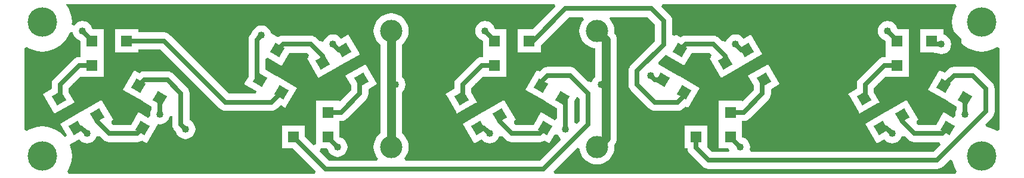
<source format=gtl>
%FSLAX25Y25*%
%MOIN*%
G70*
G01*
G75*
G04 Layer_Physical_Order=1*
G04 Layer_Color=255*
%ADD10P,0.08352X4X285.0*%
%ADD11P,0.08352X4X165.0*%
%ADD12R,0.05906X0.05906*%
%ADD13C,0.02500*%
%ADD14C,0.05000*%
%ADD15C,0.16500*%
%ADD16R,0.12500X0.12500*%
%ADD17C,0.12500*%
%ADD18C,0.04000*%
G36*
X748474Y646191D02*
X747753Y645014D01*
X746759Y642615D01*
X746153Y640089D01*
X745949Y637500D01*
X746153Y634911D01*
X746759Y632385D01*
X747753Y629986D01*
X749110Y627772D01*
X750797Y625797D01*
X752772Y624110D01*
X754986Y622753D01*
X757385Y621759D01*
X759911Y621153D01*
X762500Y620949D01*
X765089Y621153D01*
X767615Y621759D01*
X770014Y622753D01*
X771191Y623474D01*
X772500Y622741D01*
Y577259D01*
X771191Y576526D01*
X770014Y577247D01*
X767615Y578241D01*
X765089Y578847D01*
X765052Y578850D01*
X764533Y580258D01*
X768388Y584112D01*
X769149Y585105D01*
X769628Y586260D01*
X769791Y587500D01*
D01*
D01*
D01*
D01*
D01*
X769791D01*
D01*
D01*
D01*
D01*
Y587500D01*
X769791D01*
D01*
Y587500D01*
D01*
D01*
D01*
D01*
D01*
D01*
D01*
D01*
D01*
D01*
D01*
D01*
Y587500D01*
D01*
X769791D01*
D01*
D01*
D01*
D01*
X769791Y587500D01*
Y600000D01*
X769628Y601240D01*
X769149Y602395D01*
X768388Y603388D01*
X768388Y603388D01*
X768388D01*
X768388Y603388D01*
Y603388D01*
X760888Y610888D01*
X759896Y611649D01*
X759557Y611789D01*
X758740Y612128D01*
X757500Y612291D01*
X747058D01*
X745818Y612128D01*
X744662Y611649D01*
X743670Y610888D01*
X741784Y609002D01*
X738994Y610613D01*
X732542Y599436D01*
X743718Y592984D01*
D01*
X744475Y592547D01*
Y592547D01*
X744475Y592547D01*
X748499Y590224D01*
Y588581D01*
X748485Y588563D01*
X747931Y587225D01*
X747742Y585789D01*
X747877Y584762D01*
X746630Y583929D01*
X741282Y587016D01*
X737110Y579791D01*
X727049D01*
X726060Y580919D01*
X726232Y582226D01*
X727104Y582730D01*
X720651Y593906D01*
X709475Y587453D01*
X709475Y587453D01*
X708718Y587016D01*
D01*
X697542Y580564D01*
X703994Y569387D01*
X708069Y571740D01*
X708577Y571077D01*
X709726Y570196D01*
X711064Y569642D01*
X712500Y569452D01*
X713936Y569642D01*
X715274Y570196D01*
X716423Y571077D01*
X717304Y572226D01*
X717858Y573564D01*
X719934Y573291D01*
X721612Y571612D01*
D01*
X721612Y571612D01*
X721612Y571612D01*
D01*
D01*
D01*
X721612Y571612D01*
Y571612D01*
X722605Y570851D01*
X722943Y570711D01*
X723760Y570372D01*
X725000Y570209D01*
X738974D01*
X739548Y568823D01*
X735515Y564791D01*
X633681D01*
X632848Y566038D01*
X632858Y566064D01*
X633047Y567500D01*
X632858Y568936D01*
X632304Y570274D01*
X631423Y571423D01*
X630274Y572304D01*
X628936Y572858D01*
X628914Y572861D01*
X628598Y573177D01*
Y579376D01*
X628598Y579376D01*
D01*
D01*
D01*
D01*
D01*
D01*
D01*
X628598Y579563D01*
Y579743D01*
Y580000D01*
Y580127D01*
Y580437D01*
X628598Y580572D01*
X628598Y580624D01*
X628598Y580624D01*
D01*
D01*
D01*
D01*
X628598Y582099D01*
X629390D01*
X630630Y582262D01*
X631447Y582600D01*
X631785Y582741D01*
X632778Y583502D01*
Y583502D01*
X632778D01*
D01*
D01*
D01*
D01*
D01*
D01*
X632778D01*
D01*
X632778D01*
Y583502D01*
D01*
D01*
D01*
D01*
Y583502D01*
D01*
D01*
D01*
D01*
D01*
D01*
Y583502D01*
D01*
D01*
X632778D01*
D01*
D01*
D01*
X643388Y594112D01*
Y594112D01*
D01*
D01*
D01*
X643388Y594112D01*
D01*
Y594112D01*
D01*
X643388D01*
Y594112D01*
D01*
Y594112D01*
Y594112D01*
X643388D01*
D01*
D01*
Y594112D01*
D01*
D01*
D01*
D01*
D01*
D01*
Y594112D01*
D01*
D01*
X643388D01*
D01*
X643388Y594112D01*
D01*
D01*
X644149Y595105D01*
X644628Y596260D01*
X644791Y597500D01*
Y599951D01*
X649604Y602730D01*
X643151Y613906D01*
X631975Y607453D01*
X635209Y601852D01*
Y599484D01*
X628930Y593205D01*
X628598Y593342D01*
Y593342D01*
X628598Y593342D01*
X615693D01*
Y580624D01*
X615693Y580624D01*
X615693Y580624D01*
X615693Y580437D01*
Y579563D01*
D01*
D01*
X615693D01*
Y566657D01*
X620897D01*
X621288Y566072D01*
X621682Y565335D01*
X621319Y564791D01*
X611984D01*
X609307Y567468D01*
Y579563D01*
X596402D01*
Y566657D01*
X598128D01*
X598227Y565906D01*
X598705Y564750D01*
X599467Y563758D01*
X606612Y556612D01*
X607605Y555851D01*
X608760Y555372D01*
X610000Y555209D01*
X737500D01*
X738740Y555372D01*
X739557Y555711D01*
X739895Y555851D01*
X740888Y556612D01*
X744742Y560467D01*
X746150Y559948D01*
X746153Y559911D01*
X746759Y557385D01*
X747753Y554986D01*
X748474Y553809D01*
X747741Y552500D01*
X523735D01*
X523161Y553886D01*
X536379Y567104D01*
X537792Y566599D01*
X537891Y565589D01*
X538449Y563751D01*
X539354Y562057D01*
X540572Y560572D01*
X542057Y559354D01*
X543751Y558449D01*
X545589Y557891D01*
X547500Y557703D01*
X549411Y557891D01*
X551249Y558449D01*
X552943Y559354D01*
X554428Y560572D01*
X555646Y562057D01*
X556551Y563751D01*
X557109Y565589D01*
X557297Y567500D01*
X557175Y568739D01*
X557513Y569150D01*
X558070Y570193D01*
Y570193D01*
X558070D01*
D01*
D01*
D01*
D01*
X558070D01*
D01*
D01*
D01*
D01*
Y570193D01*
X558070D01*
D01*
Y570193D01*
D01*
D01*
D01*
D01*
D01*
D01*
D01*
D01*
D01*
D01*
D01*
D01*
Y570193D01*
D01*
X558070D01*
D01*
D01*
D01*
D01*
X558070Y570193D01*
X558413Y571324D01*
X558529Y572500D01*
D01*
D01*
D01*
D01*
D01*
X558529D01*
D01*
D01*
D01*
D01*
Y572500D01*
X558529D01*
D01*
Y572500D01*
D01*
D01*
D01*
D01*
D01*
D01*
D01*
D01*
D01*
D01*
D01*
D01*
Y572500D01*
D01*
X558529D01*
D01*
D01*
D01*
D01*
X558529Y572500D01*
Y627500D01*
D01*
D01*
D01*
D01*
X558529D01*
D01*
D01*
D01*
D01*
D01*
X558529D01*
Y627500D01*
D01*
D01*
Y627500D01*
D01*
D01*
D01*
D01*
D01*
D01*
D01*
D01*
D01*
D01*
D01*
D01*
Y627500D01*
D01*
X558529D01*
D01*
D01*
D01*
D01*
D01*
D01*
D01*
X558529Y627500D01*
D01*
D01*
D01*
X558413Y628676D01*
X558070Y629807D01*
X558070Y629807D01*
D01*
D01*
D01*
D01*
X558070Y629807D01*
D01*
D01*
Y629807D01*
D01*
X558070D01*
D01*
D01*
X558070D01*
D01*
D01*
X557513Y630850D01*
X557175Y631261D01*
X557297Y632500D01*
X557109Y634411D01*
X556551Y636249D01*
X555646Y637943D01*
X554428Y639428D01*
X554707Y640209D01*
X575897D01*
X580000Y636106D01*
Y626776D01*
X566612Y613388D01*
X565851Y612395D01*
X565711Y612057D01*
X565372Y611240D01*
X565209Y610000D01*
X565209Y610000D01*
X565209D01*
X565209Y610000D01*
X565209D01*
Y602500D01*
X565372Y601260D01*
X565711Y600443D01*
X565851Y600105D01*
X566612Y599112D01*
X576612Y589112D01*
X577604Y588351D01*
X578083Y588153D01*
X578760Y587872D01*
X580000Y587709D01*
X592500D01*
X593740Y587872D01*
X594557Y588211D01*
X594896Y588351D01*
X595888Y589112D01*
X597020Y590245D01*
X598506Y589387D01*
X604958Y600564D01*
X593782Y607016D01*
X593782Y607016D01*
X593782Y607016D01*
D01*
X593025Y607453D01*
Y607453D01*
X593025Y607453D01*
X581927Y613861D01*
D01*
D01*
Y613861D01*
X581927D01*
D01*
D01*
D01*
X581849Y613906D01*
Y615073D01*
X585783Y619008D01*
X596218Y612984D01*
X600390Y620209D01*
X610451D01*
X611440Y619081D01*
X611268Y617774D01*
X610396Y617270D01*
X616849Y606094D01*
X628025Y612547D01*
X628025D01*
D01*
D01*
Y612547D01*
X628025D01*
D01*
D01*
D01*
D01*
X628025D01*
Y612547D01*
X628025Y612547D01*
D01*
D01*
X628782Y612984D01*
X628944Y613077D01*
X628944Y613077D01*
X628944Y613077D01*
X639958Y619436D01*
X633506Y630613D01*
X629431Y628260D01*
X628923Y628923D01*
X627774Y629804D01*
X626436Y630358D01*
X625000Y630548D01*
X623564Y630358D01*
X622226Y629804D01*
X621077Y628923D01*
X620196Y627774D01*
X619642Y626436D01*
X617566Y626709D01*
X615888Y628388D01*
D01*
X615888Y628388D01*
D01*
D01*
D01*
X615888Y628388D01*
X615888Y628388D01*
X614895Y629149D01*
X614557Y629289D01*
X613740Y629628D01*
X612500Y629791D01*
X597058D01*
X595818Y629628D01*
X594662Y629149D01*
X594391Y628941D01*
X591494Y630613D01*
X591031Y629810D01*
X589582Y630198D01*
Y638091D01*
X589419Y639330D01*
X589138Y640007D01*
X588940Y640486D01*
X588179Y641478D01*
X583543Y646114D01*
X584117Y647500D01*
X747741D01*
X748474Y646191D01*
D02*
G37*
G36*
X524339Y646114D02*
X511567Y633343D01*
X503193D01*
Y620437D01*
X516098D01*
Y624323D01*
X531985Y640209D01*
X539459D01*
X540101Y638853D01*
X539354Y637943D01*
X538449Y636249D01*
X537891Y634411D01*
X537703Y632500D01*
X537891Y630589D01*
X538449Y628751D01*
X539354Y627057D01*
X540572Y625572D01*
X542057Y624354D01*
X543751Y623449D01*
X545589Y622891D01*
X546471Y622804D01*
Y606725D01*
X546077Y606423D01*
X545196Y605274D01*
X544642Y603936D01*
X542566Y604209D01*
X535888Y610888D01*
D01*
X535888Y610888D01*
D01*
D01*
D01*
X535888Y610888D01*
X535888Y610888D01*
X534896Y611649D01*
X534557Y611789D01*
X533740Y612128D01*
X532500Y612291D01*
X520000D01*
X518760Y612128D01*
X517604Y611649D01*
X516612Y610888D01*
X515480Y609755D01*
X513994Y610613D01*
X507542Y599436D01*
X518718Y592984D01*
D01*
X519475Y592547D01*
Y592547D01*
X519475Y592547D01*
X525209Y589236D01*
Y583362D01*
X523910Y582612D01*
X516282Y587016D01*
X512110Y579791D01*
X502049D01*
X501060Y580919D01*
X501232Y582226D01*
X502104Y582730D01*
X495651Y593906D01*
X484475Y587453D01*
X484475Y587453D01*
X483718Y587016D01*
D01*
X472542Y580564D01*
X478994Y569387D01*
X483069Y571740D01*
X483577Y571077D01*
X484726Y570196D01*
X486064Y569642D01*
X487500Y569452D01*
X488936Y569642D01*
X490274Y570196D01*
X491423Y571077D01*
X492304Y572226D01*
X492858Y573564D01*
X494934Y573291D01*
X496612Y571612D01*
D01*
X496612Y571612D01*
X496612Y571612D01*
D01*
D01*
D01*
X496612Y571612D01*
Y571612D01*
X497605Y570851D01*
X497943Y570711D01*
X498760Y570372D01*
X500000Y570209D01*
X515442D01*
X516682Y570372D01*
X517838Y570851D01*
X518109Y571059D01*
X521006Y569387D01*
X523889Y574381D01*
X525386Y574479D01*
X526077Y573577D01*
X526999Y572870D01*
X527098Y571373D01*
X515516Y559791D01*
X440541D01*
X439899Y561147D01*
X440646Y562057D01*
X441551Y563751D01*
X442109Y565589D01*
X442297Y567500D01*
X442109Y569411D01*
X441551Y571249D01*
X440646Y572943D01*
X439428Y574428D01*
X438529Y575165D01*
Y598275D01*
X438923Y598577D01*
X439804Y599726D01*
X440358Y601064D01*
X440548Y602500D01*
X440358Y603936D01*
X439804Y605274D01*
X438923Y606423D01*
X438529Y606725D01*
Y624835D01*
X439428Y625572D01*
X440646Y627057D01*
X441551Y628751D01*
X442109Y630589D01*
X442297Y632500D01*
X442109Y634411D01*
X441551Y636249D01*
X440646Y637943D01*
X439428Y639428D01*
X437943Y640646D01*
X436249Y641551D01*
X434411Y642109D01*
X432500Y642297D01*
X430589Y642109D01*
X428751Y641551D01*
X427057Y640646D01*
X425572Y639428D01*
X424354Y637943D01*
X423449Y636249D01*
X422891Y634411D01*
X422703Y632500D01*
X422891Y630589D01*
X423449Y628751D01*
X424354Y627057D01*
X425572Y625572D01*
X426471Y624835D01*
Y575165D01*
X425572Y574428D01*
X424354Y572943D01*
X423449Y571249D01*
X422891Y569411D01*
X422703Y567500D01*
X422891Y565589D01*
X423449Y563751D01*
X424354Y562057D01*
X425101Y561147D01*
X424459Y559791D01*
X397949D01*
X392468Y565272D01*
X393042Y566657D01*
X396567D01*
X397139Y566086D01*
X397142Y566064D01*
X397696Y564726D01*
X398577Y563577D01*
X399726Y562696D01*
X401064Y562142D01*
X402500Y561952D01*
X403936Y562142D01*
X405274Y562696D01*
X406423Y563577D01*
X407304Y564726D01*
X407858Y566064D01*
X408047Y567500D01*
X407858Y568936D01*
X407304Y570274D01*
X406423Y571423D01*
X405274Y572304D01*
X403936Y572858D01*
X403914Y572861D01*
X403598Y573177D01*
Y579376D01*
X403598Y579376D01*
D01*
D01*
D01*
D01*
D01*
D01*
D01*
X403598Y579563D01*
Y579743D01*
Y580000D01*
Y580127D01*
Y580437D01*
X403598Y580572D01*
X403598Y580624D01*
X403598Y580624D01*
D01*
D01*
D01*
D01*
X403598Y582099D01*
X404390D01*
X405630Y582262D01*
X406447Y582600D01*
X406785Y582741D01*
X407778Y583502D01*
Y583502D01*
X407778D01*
D01*
D01*
D01*
D01*
D01*
D01*
X407778D01*
D01*
X407778D01*
Y583502D01*
D01*
D01*
D01*
D01*
Y583502D01*
D01*
D01*
D01*
D01*
D01*
D01*
Y583502D01*
D01*
D01*
X407778D01*
D01*
D01*
D01*
X418388Y594112D01*
Y594112D01*
D01*
D01*
D01*
X418388Y594112D01*
D01*
Y594112D01*
D01*
X418388D01*
Y594112D01*
D01*
Y594112D01*
Y594112D01*
X418388D01*
D01*
D01*
Y594112D01*
D01*
D01*
D01*
D01*
D01*
D01*
Y594112D01*
D01*
D01*
X418388D01*
D01*
X418388Y594112D01*
D01*
D01*
X419149Y595105D01*
X419628Y596260D01*
X419791Y597500D01*
Y599951D01*
X424604Y602730D01*
X418151Y613906D01*
X406975Y607453D01*
X410209Y601852D01*
Y599484D01*
X403930Y593205D01*
X403598Y593342D01*
Y593342D01*
X403598Y593342D01*
X390693D01*
Y580624D01*
X390693Y580624D01*
X390693Y580624D01*
X390693Y580437D01*
Y579563D01*
D01*
D01*
X390693D01*
Y569007D01*
X389307Y568433D01*
X384307Y573433D01*
Y579563D01*
X371402D01*
Y566657D01*
X377532D01*
X390303Y553886D01*
X389729Y552500D01*
X252259D01*
X251526Y553809D01*
X252247Y554986D01*
X253241Y557385D01*
X253847Y559911D01*
X254051Y562500D01*
X253847Y565089D01*
X253241Y567615D01*
X252794Y568694D01*
X253994Y569387D01*
D01*
X253994Y569387D01*
X253994Y569387D01*
X258069Y571740D01*
X258577Y571077D01*
X259726Y570196D01*
X261064Y569642D01*
X262500Y569452D01*
X263936Y569642D01*
X265274Y570196D01*
X266423Y571077D01*
X267304Y572226D01*
X267858Y573564D01*
X269934Y573291D01*
X271612Y571612D01*
D01*
X271612Y571612D01*
X271612Y571612D01*
D01*
D01*
D01*
X271612Y571612D01*
Y571612D01*
X272604Y570851D01*
X272943Y570711D01*
X273760Y570372D01*
X275000Y570209D01*
X290442D01*
X291682Y570372D01*
X292838Y570851D01*
X293109Y571059D01*
X296006Y569387D01*
X302345Y580367D01*
X303290Y580242D01*
X304725Y580431D01*
X306063Y580985D01*
X307212Y581867D01*
X308094Y583016D01*
X308648Y584354D01*
X308712Y584842D01*
X310209Y584744D01*
Y580000D01*
X310372Y578760D01*
X310711Y577943D01*
X310851Y577604D01*
X311612Y576612D01*
X312139Y576086D01*
X312142Y576064D01*
X312696Y574726D01*
X313577Y573577D01*
X314726Y572696D01*
X316064Y572142D01*
X317500Y571952D01*
X318936Y572142D01*
X320274Y572696D01*
X321423Y573577D01*
X322304Y574726D01*
X322858Y576064D01*
X323047Y577500D01*
X322858Y578936D01*
X322304Y580274D01*
X321423Y581423D01*
X320274Y582304D01*
X319791Y582504D01*
Y597500D01*
X319628Y598740D01*
X319149Y599895D01*
X318388Y600888D01*
X318388Y600888D01*
X318388D01*
X318388Y600888D01*
Y600888D01*
X310888Y608388D01*
X309895Y609149D01*
X309557Y609289D01*
X308740Y609628D01*
X307500Y609791D01*
X294558D01*
X293318Y609628D01*
X292162Y609149D01*
X291891Y608941D01*
X291891D01*
Y608941D01*
D01*
X291891D01*
Y608941D01*
D01*
X288994Y610613D01*
X282541Y599436D01*
X293718Y592984D01*
X293718Y592984D01*
Y592984D01*
X294475Y592547D01*
X294475Y592547D01*
X298499Y590224D01*
Y588581D01*
X298485Y588563D01*
X297931Y587225D01*
X297742Y585789D01*
X297877Y584762D01*
X296630Y583929D01*
X291282Y587016D01*
X287110Y579791D01*
X277049D01*
X276060Y580919D01*
X276232Y582226D01*
X277104Y582730D01*
X270651Y593906D01*
X259475Y587453D01*
X259475Y587453D01*
Y587453D01*
X258718Y587016D01*
D01*
X247541Y580564D01*
X251309Y574038D01*
X250084Y573172D01*
X249203Y574203D01*
X247229Y575890D01*
X245014Y577247D01*
X242615Y578241D01*
X240089Y578847D01*
X237500Y579051D01*
X234911Y578847D01*
X232385Y578241D01*
X229986Y577247D01*
X228809Y576526D01*
X227500Y577259D01*
Y622741D01*
X228809Y623474D01*
X229986Y622753D01*
X232385Y621759D01*
X234911Y621153D01*
X237500Y620949D01*
X240089Y621153D01*
X242615Y621759D01*
X245014Y622753D01*
X247229Y624110D01*
X249203Y625797D01*
X250890Y627772D01*
X252247Y629986D01*
X253063Y631955D01*
X254550Y631760D01*
X254642Y631064D01*
X255196Y629726D01*
X256077Y628577D01*
X257226Y627696D01*
X258564Y627142D01*
X258586Y627139D01*
X258902Y626823D01*
Y620624D01*
X258902Y620624D01*
X258902Y620624D01*
X258902Y620437D01*
Y619563D01*
D01*
D01*
D01*
D01*
X258902D01*
Y617901D01*
X258110D01*
X256870Y617738D01*
X255715Y617259D01*
X254722Y616498D01*
X244112Y605888D01*
X243351Y604895D01*
X242872Y603740D01*
X242709Y602500D01*
Y600049D01*
X237896Y597270D01*
X244349Y586094D01*
X255525Y592547D01*
X252291Y598148D01*
Y600516D01*
X258570Y606795D01*
X258902Y606658D01*
Y606658D01*
X258902Y606658D01*
X271807D01*
Y619376D01*
X271807Y619376D01*
D01*
D01*
D01*
D01*
D01*
D01*
D01*
X271807Y619563D01*
Y619743D01*
Y620000D01*
Y620127D01*
Y620437D01*
X271807Y620572D01*
X271807Y620624D01*
X271807Y620624D01*
D01*
D01*
D01*
X271807Y620624D01*
D01*
Y633343D01*
X265933D01*
X265361Y633914D01*
X265358Y633936D01*
X264804Y635274D01*
X263923Y636423D01*
X262774Y637304D01*
X261436Y637858D01*
X260000Y638048D01*
X258564Y637858D01*
X257226Y637304D01*
X256077Y636423D01*
X255332Y635452D01*
X253932Y635990D01*
X254051Y637500D01*
X253847Y640089D01*
X253241Y642615D01*
X252247Y645014D01*
X250890Y647228D01*
X251015Y647500D01*
X523765D01*
X524339Y646114D01*
D02*
G37*
G36*
X537709Y594553D02*
Y581985D01*
X536177Y580452D01*
X534791Y581026D01*
Y593198D01*
D01*
D01*
D01*
D01*
D01*
X534791D01*
D01*
D01*
Y593198D01*
D01*
D01*
D01*
Y593198D01*
D01*
D01*
D01*
D01*
D01*
D01*
Y593198D01*
D01*
D01*
X534791D01*
X536080Y595476D01*
X536581Y595542D01*
X537709Y594553D01*
D02*
G37*
%LPC*%
G36*
X360000Y635547D02*
X358564Y635358D01*
X357226Y634804D01*
X356077Y633923D01*
X355196Y632774D01*
X354642Y631436D01*
X354639Y631414D01*
X354112Y630888D01*
X353351Y629895D01*
X353211Y629557D01*
X352872Y628740D01*
X352709Y627500D01*
Y606802D01*
X352716Y606748D01*
X350926Y603648D01*
Y603648D01*
X350396Y602730D01*
X351314Y602199D01*
Y602199D01*
X357306Y598740D01*
X356918Y597291D01*
X341985D01*
X308998Y630277D01*
X308006Y631039D01*
X307667Y631179D01*
X306850Y631518D01*
X305610Y631681D01*
X291098D01*
Y633343D01*
X278193D01*
Y620437D01*
X291098D01*
Y622099D01*
X303626D01*
X336612Y589112D01*
X337604Y588351D01*
X338760Y587872D01*
X340000Y587709D01*
X365442D01*
X366682Y587872D01*
X367838Y588351D01*
X368830Y589112D01*
X370716Y590998D01*
X372587Y589917D01*
X372587D01*
X373506Y589387D01*
X374036Y590306D01*
X374036D01*
X379959Y600564D01*
X368782Y607016D01*
X368782Y607016D01*
X368782Y607016D01*
D01*
X368025Y607453D01*
X368025D01*
X368025D01*
D01*
D01*
X368025D01*
X362291Y610764D01*
Y616638D01*
X363590Y617388D01*
X370299Y613514D01*
X370299D01*
X371218Y612984D01*
X371748Y613902D01*
X371748D01*
X375390Y620209D01*
X385451D01*
X386440Y619081D01*
X386268Y617774D01*
X385396Y617270D01*
X391318Y607013D01*
X391318D01*
X391849Y606094D01*
X392767Y606624D01*
X392767D01*
X403025Y612547D01*
D01*
Y612547D01*
X403025D01*
D01*
D01*
D01*
D01*
X403025D01*
Y612547D01*
X403025Y612547D01*
D01*
X403782Y612984D01*
X403944Y613077D01*
X403944Y613077D01*
Y613077D01*
D01*
D01*
Y613077D01*
X414040Y618906D01*
Y618906D01*
X414958Y619436D01*
X414428Y620355D01*
Y620355D01*
X408506Y630613D01*
X404431Y628260D01*
X403923Y628923D01*
X402774Y629804D01*
X401436Y630358D01*
X400000Y630548D01*
X398564Y630358D01*
X397226Y629804D01*
X396077Y628923D01*
X395196Y627774D01*
X394642Y626436D01*
X392566Y626709D01*
X390888Y628388D01*
D01*
X390888Y628388D01*
D01*
D01*
D01*
X390888Y628388D01*
X390888Y628388D01*
X389896Y629149D01*
X389557Y629289D01*
X388740Y629628D01*
X387500Y629791D01*
X372058D01*
X370818Y629628D01*
X369662Y629149D01*
X369391Y628941D01*
X366494Y630613D01*
D01*
X366494Y630613D01*
X366494Y630613D01*
D01*
X366494Y630613D01*
Y630613D01*
X365382Y631255D01*
X365358Y631436D01*
X364804Y632774D01*
X363923Y633923D01*
X362774Y634804D01*
X361436Y635358D01*
X360000Y635547D01*
D02*
G37*
G36*
X485000Y638048D02*
X483564Y637858D01*
X482226Y637304D01*
X481077Y636423D01*
X480196Y635274D01*
X479642Y633936D01*
X479453Y632500D01*
X479642Y631064D01*
X480196Y629726D01*
X481077Y628577D01*
X482226Y627696D01*
X483564Y627142D01*
X483586Y627139D01*
X483902Y626823D01*
Y620624D01*
D01*
D01*
D01*
X483902Y620624D01*
X483902D01*
X483902Y620437D01*
Y619563D01*
X483902Y619563D01*
X483902Y619563D01*
Y619563D01*
D01*
Y617901D01*
X483110D01*
X481870Y617738D01*
X480715Y617259D01*
X479722Y616498D01*
X469112Y605888D01*
X468351Y604895D01*
X467872Y603740D01*
X467709Y602500D01*
Y600049D01*
X463814Y597801D01*
Y597801D01*
X462896Y597270D01*
X463426Y596352D01*
Y596352D01*
X468818Y587012D01*
X468818D01*
X469349Y586094D01*
X470267Y586624D01*
X470267D01*
X479606Y592016D01*
Y592016D01*
X480525Y592547D01*
X479995Y593465D01*
Y593465D01*
X477291Y598148D01*
Y600516D01*
X483570Y606795D01*
X483902Y606658D01*
X483902Y606658D01*
X483902D01*
X483902D01*
Y606658D01*
D01*
X496807D01*
Y619376D01*
X496807Y619376D01*
D01*
D01*
D01*
D01*
D01*
D01*
Y619376D01*
D01*
X496807Y619563D01*
Y619743D01*
Y620000D01*
Y620127D01*
Y620437D01*
X496807Y620572D01*
X496807Y620624D01*
X496807Y620624D01*
D01*
X496807Y620624D01*
Y633343D01*
X490933D01*
X490361Y633914D01*
X490358Y633936D01*
X489804Y635274D01*
X488923Y636423D01*
X487774Y637304D01*
X486436Y637858D01*
X485000Y638048D01*
D02*
G37*
G36*
X741098Y633343D02*
X728193D01*
Y620437D01*
X735139D01*
X735295Y620372D01*
X735440Y620353D01*
X736535Y620209D01*
X737209D01*
X737226Y620196D01*
X738564Y619642D01*
X740000Y619452D01*
X741436Y619642D01*
X742774Y620196D01*
X743923Y621077D01*
X744804Y622226D01*
X745358Y623564D01*
X745547Y625000D01*
X745358Y626436D01*
X744804Y627774D01*
X743923Y628923D01*
X742774Y629804D01*
X741436Y630358D01*
X741098Y630403D01*
Y633343D01*
D02*
G37*
G36*
X710000Y638048D02*
X708564Y637858D01*
X707226Y637304D01*
X706077Y636423D01*
X705196Y635274D01*
X704642Y633936D01*
X704453Y632500D01*
X704642Y631064D01*
X705196Y629726D01*
X706077Y628577D01*
X707226Y627696D01*
X708564Y627142D01*
X708586Y627139D01*
X708902Y626823D01*
Y620624D01*
D01*
D01*
D01*
X708902Y620624D01*
X708902D01*
X708902Y620437D01*
Y619563D01*
X708902Y619563D01*
X708902Y619563D01*
Y619563D01*
D01*
Y617901D01*
X708110D01*
X706870Y617738D01*
X705715Y617259D01*
X704722Y616498D01*
X694112Y605888D01*
X693351Y604895D01*
X692872Y603740D01*
X692709Y602500D01*
Y600049D01*
X688814Y597801D01*
Y597801D01*
X687896Y597270D01*
X688426Y596352D01*
Y596352D01*
X693818Y587012D01*
X693818D01*
X694349Y586094D01*
X695267Y586624D01*
X695267D01*
X704606Y592016D01*
Y592016D01*
X705525Y592547D01*
X704995Y593465D01*
Y593465D01*
X702291Y598148D01*
Y600516D01*
X708570Y606795D01*
X708902Y606658D01*
X708902Y606658D01*
X708902D01*
X708902D01*
Y606658D01*
D01*
X721807D01*
Y619376D01*
X721807Y619376D01*
D01*
D01*
D01*
D01*
D01*
D01*
Y619376D01*
D01*
X721807Y619563D01*
Y619743D01*
Y620000D01*
Y620127D01*
Y620437D01*
X721807Y620572D01*
X721807Y620624D01*
X721807Y620624D01*
D01*
X721807Y620624D01*
Y633343D01*
X715933D01*
X715361Y633914D01*
X715358Y633936D01*
X714804Y635274D01*
X713923Y636423D01*
X712774Y637304D01*
X711436Y637858D01*
X710000Y638048D01*
D02*
G37*
%LPD*%
D10*
X293644Y578202D02*
D03*
X281711Y585091D02*
D03*
X303290Y594909D02*
D03*
X291356Y601798D02*
D03*
X368856Y621798D02*
D03*
X380789Y614909D02*
D03*
X359210Y605091D02*
D03*
X371144Y598202D02*
D03*
X518644Y578202D02*
D03*
X506710Y585091D02*
D03*
X528290Y594909D02*
D03*
X516356Y601798D02*
D03*
X593856Y621798D02*
D03*
X605790Y614909D02*
D03*
X584210Y605091D02*
D03*
X596144Y598202D02*
D03*
X743644Y578202D02*
D03*
X731710Y585091D02*
D03*
X753290Y594909D02*
D03*
X741356Y601798D02*
D03*
D11*
X246710Y594909D02*
D03*
X258644Y601798D02*
D03*
X256356Y578202D02*
D03*
X268290Y585091D02*
D03*
X415790Y605091D02*
D03*
X403856Y598202D02*
D03*
X406144Y621798D02*
D03*
X394211Y614909D02*
D03*
X471710Y594909D02*
D03*
X483644Y601798D02*
D03*
X481356Y578202D02*
D03*
X493290Y585091D02*
D03*
X640790Y605091D02*
D03*
X628856Y598202D02*
D03*
X631144Y621798D02*
D03*
X619210Y614909D02*
D03*
X696710Y594909D02*
D03*
X708644Y601798D02*
D03*
X706356Y578202D02*
D03*
X718290Y585091D02*
D03*
D12*
X284646Y626890D02*
D03*
Y613110D02*
D03*
X265354Y626890D02*
D03*
Y613110D02*
D03*
X377854Y573110D02*
D03*
Y586890D02*
D03*
X397146Y573110D02*
D03*
Y586890D02*
D03*
X509646Y626890D02*
D03*
Y613110D02*
D03*
X490354Y626890D02*
D03*
Y613110D02*
D03*
X602854Y573110D02*
D03*
Y586890D02*
D03*
X622146Y573110D02*
D03*
Y586890D02*
D03*
X734646Y626890D02*
D03*
Y613110D02*
D03*
X715354Y626890D02*
D03*
Y613110D02*
D03*
D13*
X570000Y610000D02*
X584791Y624791D01*
X530000Y645000D02*
X577881D01*
X570000Y602500D02*
X580000Y592500D01*
X570000Y602500D02*
Y610000D01*
X580000Y592500D02*
X592500D01*
X596144Y596144D02*
Y598202D01*
X592500Y592500D02*
X596144Y596144D01*
X584791Y624791D02*
Y638091D01*
X577881Y645000D02*
X584791Y638091D01*
X577500Y607500D02*
X579909Y605091D01*
X584210D01*
X357500Y606802D02*
Y627500D01*
X360000Y630000D01*
X357500Y606802D02*
X359210Y605091D01*
X397146Y572854D02*
X402500Y567500D01*
X403202Y621798D02*
X406144D01*
X400000Y625000D02*
X403202Y621798D01*
X622146Y572854D02*
X627500Y567500D01*
X628202Y621798D02*
X631144D01*
X625000Y625000D02*
X628202Y621798D01*
X710000Y632500D02*
X715354Y627146D01*
X706356Y578202D02*
X709298D01*
X712500Y575000D01*
X753290Y585789D02*
Y594909D01*
X485000Y632500D02*
X490354Y627146D01*
X481356Y578202D02*
X484298D01*
X487500Y575000D01*
X291356Y601798D02*
X291798D01*
X303290Y585789D02*
Y594909D01*
X259298Y578202D02*
X262500Y575000D01*
X256356Y578202D02*
X259298D01*
X260000Y632500D02*
X265354Y627146D01*
Y626890D02*
Y627146D01*
X284646Y612146D02*
Y613110D01*
X258644Y601798D02*
X274298D01*
X284646Y612146D01*
X274298Y592504D02*
X281710Y585091D01*
X274298Y592504D02*
Y601798D01*
X377854Y586890D02*
Y587854D01*
X388202Y598202D02*
X403856D01*
X380790Y614909D02*
X388202Y607496D01*
Y598202D02*
Y607496D01*
X509646Y612146D02*
Y613110D01*
X483644Y601798D02*
X499298D01*
X509646Y612146D01*
X499298Y592504D02*
X506710Y585091D01*
X499298Y592504D02*
Y601798D01*
X602854Y586890D02*
Y587854D01*
X613202Y598202D01*
X605790Y614909D02*
X613202Y607496D01*
Y598202D02*
Y607496D01*
X724298Y592504D02*
Y601798D01*
Y592504D02*
X731710Y585091D01*
X724298Y601798D02*
X734646Y612146D01*
X708644Y601798D02*
X724298D01*
X734646Y612146D02*
Y613110D01*
X736535Y625000D02*
X740000D01*
X734646Y626890D02*
X736535Y625000D01*
X258110Y613110D02*
X265354D01*
X247500Y602500D02*
X258110Y613110D01*
X247500Y595698D02*
Y602500D01*
X246710Y594909D02*
X247500Y595698D01*
X268290Y581710D02*
Y585091D01*
Y581710D02*
X275000Y575000D01*
X290442D02*
X293644Y578202D01*
X275000Y575000D02*
X290442D01*
X622146Y586890D02*
X629390D01*
X640000Y597500D01*
Y604302D01*
X640790Y605091D01*
X619210Y614909D02*
Y618290D01*
X612500Y625000D02*
X619210Y618290D01*
X593856Y621798D02*
X597058Y625000D01*
X612500D01*
X397146Y586890D02*
X404390D01*
X415000Y597500D01*
Y604302D01*
X415790Y605091D01*
X394210Y614909D02*
Y618290D01*
X387500Y625000D02*
X394210Y618290D01*
X368856Y621798D02*
X372058Y625000D01*
X387500D01*
X483110Y613110D02*
X490354D01*
X472500Y602500D02*
X483110Y613110D01*
X472500Y595698D02*
Y602500D01*
X471710Y594909D02*
X472500Y595698D01*
X493290Y581710D02*
Y585091D01*
Y581710D02*
X500000Y575000D01*
X515442D02*
X518644Y578202D01*
X500000Y575000D02*
X515442D01*
X725000D02*
X740442D01*
X743644Y578202D01*
X718290Y581710D02*
X725000Y575000D01*
X718290Y581710D02*
Y585091D01*
X696710Y594909D02*
X697500Y595698D01*
Y602500D01*
X708110Y613110D01*
X715354D01*
X284646Y626890D02*
X305610D01*
X365442Y592500D02*
X371144Y598202D01*
X305610Y626890D02*
X340000Y592500D01*
X365442D01*
X377854Y573110D02*
X395965Y555000D01*
X528290Y594909D02*
X530000Y593198D01*
Y577500D02*
Y593198D01*
X516356Y601798D02*
Y603856D01*
X520000Y607500D01*
X532500D02*
X542500Y597500D01*
Y580000D02*
Y597500D01*
X395965Y555000D02*
X517500D01*
X542500Y580000D01*
X520000Y607500D02*
X532500D01*
X509646Y626890D02*
X511890D01*
X530000Y645000D01*
X602854Y567146D02*
Y573110D01*
Y567146D02*
X610000Y560000D01*
X737500D01*
X741356Y601798D02*
X747058Y607500D01*
X757500D02*
X765000Y600000D01*
X737500Y560000D02*
X765000Y587500D01*
Y600000D01*
X747058Y607500D02*
X757500D01*
X734646Y613110D02*
X738110D01*
X750000Y625000D01*
Y627500D01*
X680000Y622500D02*
X700000Y642500D01*
X680000Y592500D02*
Y622500D01*
Y592500D02*
X682500Y590000D01*
X700000Y642500D02*
X735000D01*
X750000Y627500D01*
X613202Y598202D02*
X628856D01*
X291356Y601798D02*
X294558Y605000D01*
X307500D02*
X315000Y597500D01*
Y580000D02*
Y597500D01*
Y580000D02*
X317500Y577500D01*
X294558Y605000D02*
X307500D01*
X284646Y613110D02*
X309390D01*
X365000Y582500D02*
X370000Y587500D01*
X377500D01*
X340000Y582500D02*
X365000D01*
X309390Y613110D02*
X340000Y582500D01*
X377500Y587500D02*
X388202Y598202D01*
X596890Y586890D02*
X602854D01*
X567500Y567500D02*
X577500D01*
X596890Y586890D01*
D14*
X452500Y567500D02*
Y632500D01*
X432500Y567500D02*
Y632500D01*
X562500Y572500D02*
X567500Y567500D01*
X562500Y572500D02*
Y607500D01*
Y627500D01*
X567500Y632500D01*
X547500Y567500D02*
X552500Y572500D01*
X547500Y632500D02*
X552500Y627500D01*
Y572500D02*
Y627500D01*
X276795Y595000D02*
X280000D01*
X274298Y592504D02*
X276795Y595000D01*
D15*
X762500Y637500D02*
D03*
Y562500D02*
D03*
X237500D02*
D03*
Y637500D02*
D03*
D16*
X452500Y632500D02*
D03*
Y567500D02*
D03*
X567500D02*
D03*
Y632500D02*
D03*
D17*
X432500D02*
D03*
Y567500D02*
D03*
X547500D02*
D03*
Y632500D02*
D03*
D18*
X402500Y567500D02*
D03*
X400000Y625000D02*
D03*
X360000Y630000D02*
D03*
X627500Y567500D02*
D03*
X625000Y625000D02*
D03*
X577500Y607500D02*
D03*
X710000Y632500D02*
D03*
X712500Y575000D02*
D03*
X753290Y585789D02*
D03*
X485000Y632500D02*
D03*
X487500Y575000D02*
D03*
X530000Y577500D02*
D03*
X317500D02*
D03*
X303290Y585789D02*
D03*
X262500Y575000D02*
D03*
X260000Y632500D02*
D03*
X740000Y625000D02*
D03*
X682500Y590000D02*
D03*
X499298Y595000D02*
D03*
X280000D02*
D03*
X565000Y592500D02*
D03*
X550000Y602500D02*
D03*
X450000Y597500D02*
D03*
X435000Y602500D02*
D03*
M02*

</source>
